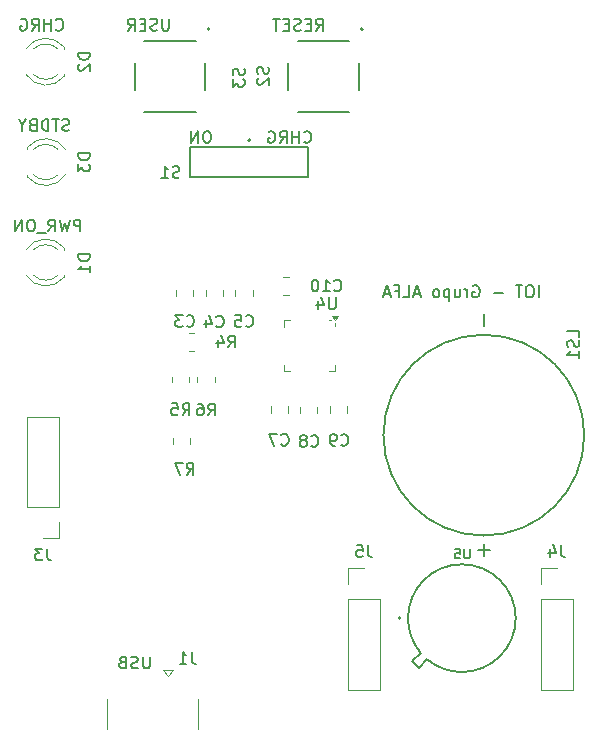
<source format=gbr>
%TF.GenerationSoftware,KiCad,Pcbnew,9.0.1*%
%TF.CreationDate,2025-11-13T22:26:36+01:00*%
%TF.ProjectId,dise_o_v2,64697365-f16f-45f7-9632-2e6b69636164,rev?*%
%TF.SameCoordinates,Original*%
%TF.FileFunction,Legend,Bot*%
%TF.FilePolarity,Positive*%
%FSLAX46Y46*%
G04 Gerber Fmt 4.6, Leading zero omitted, Abs format (unit mm)*
G04 Created by KiCad (PCBNEW 9.0.1) date 2025-11-13 22:26:36*
%MOMM*%
%LPD*%
G01*
G04 APERTURE LIST*
%ADD10C,0.150000*%
%ADD11C,0.120000*%
%ADD12C,0.127000*%
%ADD13C,0.200000*%
G04 APERTURE END LIST*
D10*
X60472744Y-40369819D02*
X60282268Y-40369819D01*
X60282268Y-40369819D02*
X60187030Y-40417438D01*
X60187030Y-40417438D02*
X60091792Y-40512676D01*
X60091792Y-40512676D02*
X60044173Y-40703152D01*
X60044173Y-40703152D02*
X60044173Y-41036485D01*
X60044173Y-41036485D02*
X60091792Y-41226961D01*
X60091792Y-41226961D02*
X60187030Y-41322200D01*
X60187030Y-41322200D02*
X60282268Y-41369819D01*
X60282268Y-41369819D02*
X60472744Y-41369819D01*
X60472744Y-41369819D02*
X60567982Y-41322200D01*
X60567982Y-41322200D02*
X60663220Y-41226961D01*
X60663220Y-41226961D02*
X60710839Y-41036485D01*
X60710839Y-41036485D02*
X60710839Y-40703152D01*
X60710839Y-40703152D02*
X60663220Y-40512676D01*
X60663220Y-40512676D02*
X60567982Y-40417438D01*
X60567982Y-40417438D02*
X60472744Y-40369819D01*
X59615601Y-41369819D02*
X59615601Y-40369819D01*
X59615601Y-40369819D02*
X59044173Y-41369819D01*
X59044173Y-41369819D02*
X59044173Y-40369819D01*
X55543220Y-84869819D02*
X55543220Y-85679342D01*
X55543220Y-85679342D02*
X55495601Y-85774580D01*
X55495601Y-85774580D02*
X55447982Y-85822200D01*
X55447982Y-85822200D02*
X55352744Y-85869819D01*
X55352744Y-85869819D02*
X55162268Y-85869819D01*
X55162268Y-85869819D02*
X55067030Y-85822200D01*
X55067030Y-85822200D02*
X55019411Y-85774580D01*
X55019411Y-85774580D02*
X54971792Y-85679342D01*
X54971792Y-85679342D02*
X54971792Y-84869819D01*
X54543220Y-85822200D02*
X54400363Y-85869819D01*
X54400363Y-85869819D02*
X54162268Y-85869819D01*
X54162268Y-85869819D02*
X54067030Y-85822200D01*
X54067030Y-85822200D02*
X54019411Y-85774580D01*
X54019411Y-85774580D02*
X53971792Y-85679342D01*
X53971792Y-85679342D02*
X53971792Y-85584104D01*
X53971792Y-85584104D02*
X54019411Y-85488866D01*
X54019411Y-85488866D02*
X54067030Y-85441247D01*
X54067030Y-85441247D02*
X54162268Y-85393628D01*
X54162268Y-85393628D02*
X54352744Y-85346009D01*
X54352744Y-85346009D02*
X54447982Y-85298390D01*
X54447982Y-85298390D02*
X54495601Y-85250771D01*
X54495601Y-85250771D02*
X54543220Y-85155533D01*
X54543220Y-85155533D02*
X54543220Y-85060295D01*
X54543220Y-85060295D02*
X54495601Y-84965057D01*
X54495601Y-84965057D02*
X54447982Y-84917438D01*
X54447982Y-84917438D02*
X54352744Y-84869819D01*
X54352744Y-84869819D02*
X54114649Y-84869819D01*
X54114649Y-84869819D02*
X53971792Y-84917438D01*
X53209887Y-85346009D02*
X53067030Y-85393628D01*
X53067030Y-85393628D02*
X53019411Y-85441247D01*
X53019411Y-85441247D02*
X52971792Y-85536485D01*
X52971792Y-85536485D02*
X52971792Y-85679342D01*
X52971792Y-85679342D02*
X53019411Y-85774580D01*
X53019411Y-85774580D02*
X53067030Y-85822200D01*
X53067030Y-85822200D02*
X53162268Y-85869819D01*
X53162268Y-85869819D02*
X53543220Y-85869819D01*
X53543220Y-85869819D02*
X53543220Y-84869819D01*
X53543220Y-84869819D02*
X53209887Y-84869819D01*
X53209887Y-84869819D02*
X53114649Y-84917438D01*
X53114649Y-84917438D02*
X53067030Y-84965057D01*
X53067030Y-84965057D02*
X53019411Y-85060295D01*
X53019411Y-85060295D02*
X53019411Y-85155533D01*
X53019411Y-85155533D02*
X53067030Y-85250771D01*
X53067030Y-85250771D02*
X53114649Y-85298390D01*
X53114649Y-85298390D02*
X53209887Y-85346009D01*
X53209887Y-85346009D02*
X53543220Y-85346009D01*
X68591792Y-41274580D02*
X68639411Y-41322200D01*
X68639411Y-41322200D02*
X68782268Y-41369819D01*
X68782268Y-41369819D02*
X68877506Y-41369819D01*
X68877506Y-41369819D02*
X69020363Y-41322200D01*
X69020363Y-41322200D02*
X69115601Y-41226961D01*
X69115601Y-41226961D02*
X69163220Y-41131723D01*
X69163220Y-41131723D02*
X69210839Y-40941247D01*
X69210839Y-40941247D02*
X69210839Y-40798390D01*
X69210839Y-40798390D02*
X69163220Y-40607914D01*
X69163220Y-40607914D02*
X69115601Y-40512676D01*
X69115601Y-40512676D02*
X69020363Y-40417438D01*
X69020363Y-40417438D02*
X68877506Y-40369819D01*
X68877506Y-40369819D02*
X68782268Y-40369819D01*
X68782268Y-40369819D02*
X68639411Y-40417438D01*
X68639411Y-40417438D02*
X68591792Y-40465057D01*
X68163220Y-41369819D02*
X68163220Y-40369819D01*
X68163220Y-40846009D02*
X67591792Y-40846009D01*
X67591792Y-41369819D02*
X67591792Y-40369819D01*
X66544173Y-41369819D02*
X66877506Y-40893628D01*
X67115601Y-41369819D02*
X67115601Y-40369819D01*
X67115601Y-40369819D02*
X66734649Y-40369819D01*
X66734649Y-40369819D02*
X66639411Y-40417438D01*
X66639411Y-40417438D02*
X66591792Y-40465057D01*
X66591792Y-40465057D02*
X66544173Y-40560295D01*
X66544173Y-40560295D02*
X66544173Y-40703152D01*
X66544173Y-40703152D02*
X66591792Y-40798390D01*
X66591792Y-40798390D02*
X66639411Y-40846009D01*
X66639411Y-40846009D02*
X66734649Y-40893628D01*
X66734649Y-40893628D02*
X67115601Y-40893628D01*
X65591792Y-40417438D02*
X65687030Y-40369819D01*
X65687030Y-40369819D02*
X65829887Y-40369819D01*
X65829887Y-40369819D02*
X65972744Y-40417438D01*
X65972744Y-40417438D02*
X66067982Y-40512676D01*
X66067982Y-40512676D02*
X66115601Y-40607914D01*
X66115601Y-40607914D02*
X66163220Y-40798390D01*
X66163220Y-40798390D02*
X66163220Y-40941247D01*
X66163220Y-40941247D02*
X66115601Y-41131723D01*
X66115601Y-41131723D02*
X66067982Y-41226961D01*
X66067982Y-41226961D02*
X65972744Y-41322200D01*
X65972744Y-41322200D02*
X65829887Y-41369819D01*
X65829887Y-41369819D02*
X65734649Y-41369819D01*
X65734649Y-41369819D02*
X65591792Y-41322200D01*
X65591792Y-41322200D02*
X65544173Y-41274580D01*
X65544173Y-41274580D02*
X65544173Y-40941247D01*
X65544173Y-40941247D02*
X65734649Y-40941247D01*
X49663220Y-48869819D02*
X49663220Y-47869819D01*
X49663220Y-47869819D02*
X49282268Y-47869819D01*
X49282268Y-47869819D02*
X49187030Y-47917438D01*
X49187030Y-47917438D02*
X49139411Y-47965057D01*
X49139411Y-47965057D02*
X49091792Y-48060295D01*
X49091792Y-48060295D02*
X49091792Y-48203152D01*
X49091792Y-48203152D02*
X49139411Y-48298390D01*
X49139411Y-48298390D02*
X49187030Y-48346009D01*
X49187030Y-48346009D02*
X49282268Y-48393628D01*
X49282268Y-48393628D02*
X49663220Y-48393628D01*
X48758458Y-47869819D02*
X48520363Y-48869819D01*
X48520363Y-48869819D02*
X48329887Y-48155533D01*
X48329887Y-48155533D02*
X48139411Y-48869819D01*
X48139411Y-48869819D02*
X47901316Y-47869819D01*
X46948935Y-48869819D02*
X47282268Y-48393628D01*
X47520363Y-48869819D02*
X47520363Y-47869819D01*
X47520363Y-47869819D02*
X47139411Y-47869819D01*
X47139411Y-47869819D02*
X47044173Y-47917438D01*
X47044173Y-47917438D02*
X46996554Y-47965057D01*
X46996554Y-47965057D02*
X46948935Y-48060295D01*
X46948935Y-48060295D02*
X46948935Y-48203152D01*
X46948935Y-48203152D02*
X46996554Y-48298390D01*
X46996554Y-48298390D02*
X47044173Y-48346009D01*
X47044173Y-48346009D02*
X47139411Y-48393628D01*
X47139411Y-48393628D02*
X47520363Y-48393628D01*
X46758459Y-48965057D02*
X45996554Y-48965057D01*
X45567982Y-47869819D02*
X45377506Y-47869819D01*
X45377506Y-47869819D02*
X45282268Y-47917438D01*
X45282268Y-47917438D02*
X45187030Y-48012676D01*
X45187030Y-48012676D02*
X45139411Y-48203152D01*
X45139411Y-48203152D02*
X45139411Y-48536485D01*
X45139411Y-48536485D02*
X45187030Y-48726961D01*
X45187030Y-48726961D02*
X45282268Y-48822200D01*
X45282268Y-48822200D02*
X45377506Y-48869819D01*
X45377506Y-48869819D02*
X45567982Y-48869819D01*
X45567982Y-48869819D02*
X45663220Y-48822200D01*
X45663220Y-48822200D02*
X45758458Y-48726961D01*
X45758458Y-48726961D02*
X45806077Y-48536485D01*
X45806077Y-48536485D02*
X45806077Y-48203152D01*
X45806077Y-48203152D02*
X45758458Y-48012676D01*
X45758458Y-48012676D02*
X45663220Y-47917438D01*
X45663220Y-47917438D02*
X45567982Y-47869819D01*
X44710839Y-48869819D02*
X44710839Y-47869819D01*
X44710839Y-47869819D02*
X44139411Y-48869819D01*
X44139411Y-48869819D02*
X44139411Y-47869819D01*
X69591792Y-31869819D02*
X69925125Y-31393628D01*
X70163220Y-31869819D02*
X70163220Y-30869819D01*
X70163220Y-30869819D02*
X69782268Y-30869819D01*
X69782268Y-30869819D02*
X69687030Y-30917438D01*
X69687030Y-30917438D02*
X69639411Y-30965057D01*
X69639411Y-30965057D02*
X69591792Y-31060295D01*
X69591792Y-31060295D02*
X69591792Y-31203152D01*
X69591792Y-31203152D02*
X69639411Y-31298390D01*
X69639411Y-31298390D02*
X69687030Y-31346009D01*
X69687030Y-31346009D02*
X69782268Y-31393628D01*
X69782268Y-31393628D02*
X70163220Y-31393628D01*
X69163220Y-31346009D02*
X68829887Y-31346009D01*
X68687030Y-31869819D02*
X69163220Y-31869819D01*
X69163220Y-31869819D02*
X69163220Y-30869819D01*
X69163220Y-30869819D02*
X68687030Y-30869819D01*
X68306077Y-31822200D02*
X68163220Y-31869819D01*
X68163220Y-31869819D02*
X67925125Y-31869819D01*
X67925125Y-31869819D02*
X67829887Y-31822200D01*
X67829887Y-31822200D02*
X67782268Y-31774580D01*
X67782268Y-31774580D02*
X67734649Y-31679342D01*
X67734649Y-31679342D02*
X67734649Y-31584104D01*
X67734649Y-31584104D02*
X67782268Y-31488866D01*
X67782268Y-31488866D02*
X67829887Y-31441247D01*
X67829887Y-31441247D02*
X67925125Y-31393628D01*
X67925125Y-31393628D02*
X68115601Y-31346009D01*
X68115601Y-31346009D02*
X68210839Y-31298390D01*
X68210839Y-31298390D02*
X68258458Y-31250771D01*
X68258458Y-31250771D02*
X68306077Y-31155533D01*
X68306077Y-31155533D02*
X68306077Y-31060295D01*
X68306077Y-31060295D02*
X68258458Y-30965057D01*
X68258458Y-30965057D02*
X68210839Y-30917438D01*
X68210839Y-30917438D02*
X68115601Y-30869819D01*
X68115601Y-30869819D02*
X67877506Y-30869819D01*
X67877506Y-30869819D02*
X67734649Y-30917438D01*
X67306077Y-31346009D02*
X66972744Y-31346009D01*
X66829887Y-31869819D02*
X67306077Y-31869819D01*
X67306077Y-31869819D02*
X67306077Y-30869819D01*
X67306077Y-30869819D02*
X66829887Y-30869819D01*
X66544172Y-30869819D02*
X65972744Y-30869819D01*
X66258458Y-31869819D02*
X66258458Y-30869819D01*
X88464502Y-54447905D02*
X88464502Y-53447905D01*
X87797836Y-53447905D02*
X87607360Y-53447905D01*
X87607360Y-53447905D02*
X87512122Y-53495524D01*
X87512122Y-53495524D02*
X87416884Y-53590762D01*
X87416884Y-53590762D02*
X87369265Y-53781238D01*
X87369265Y-53781238D02*
X87369265Y-54114571D01*
X87369265Y-54114571D02*
X87416884Y-54305047D01*
X87416884Y-54305047D02*
X87512122Y-54400286D01*
X87512122Y-54400286D02*
X87607360Y-54447905D01*
X87607360Y-54447905D02*
X87797836Y-54447905D01*
X87797836Y-54447905D02*
X87893074Y-54400286D01*
X87893074Y-54400286D02*
X87988312Y-54305047D01*
X87988312Y-54305047D02*
X88035931Y-54114571D01*
X88035931Y-54114571D02*
X88035931Y-53781238D01*
X88035931Y-53781238D02*
X87988312Y-53590762D01*
X87988312Y-53590762D02*
X87893074Y-53495524D01*
X87893074Y-53495524D02*
X87797836Y-53447905D01*
X87083550Y-53447905D02*
X86512122Y-53447905D01*
X86797836Y-54447905D02*
X86797836Y-53447905D01*
X85416883Y-54066952D02*
X84654979Y-54066952D01*
X82893074Y-53495524D02*
X82988312Y-53447905D01*
X82988312Y-53447905D02*
X83131169Y-53447905D01*
X83131169Y-53447905D02*
X83274026Y-53495524D01*
X83274026Y-53495524D02*
X83369264Y-53590762D01*
X83369264Y-53590762D02*
X83416883Y-53686000D01*
X83416883Y-53686000D02*
X83464502Y-53876476D01*
X83464502Y-53876476D02*
X83464502Y-54019333D01*
X83464502Y-54019333D02*
X83416883Y-54209809D01*
X83416883Y-54209809D02*
X83369264Y-54305047D01*
X83369264Y-54305047D02*
X83274026Y-54400286D01*
X83274026Y-54400286D02*
X83131169Y-54447905D01*
X83131169Y-54447905D02*
X83035931Y-54447905D01*
X83035931Y-54447905D02*
X82893074Y-54400286D01*
X82893074Y-54400286D02*
X82845455Y-54352666D01*
X82845455Y-54352666D02*
X82845455Y-54019333D01*
X82845455Y-54019333D02*
X83035931Y-54019333D01*
X82416883Y-54447905D02*
X82416883Y-53781238D01*
X82416883Y-53971714D02*
X82369264Y-53876476D01*
X82369264Y-53876476D02*
X82321645Y-53828857D01*
X82321645Y-53828857D02*
X82226407Y-53781238D01*
X82226407Y-53781238D02*
X82131169Y-53781238D01*
X81369264Y-53781238D02*
X81369264Y-54447905D01*
X81797835Y-53781238D02*
X81797835Y-54305047D01*
X81797835Y-54305047D02*
X81750216Y-54400286D01*
X81750216Y-54400286D02*
X81654978Y-54447905D01*
X81654978Y-54447905D02*
X81512121Y-54447905D01*
X81512121Y-54447905D02*
X81416883Y-54400286D01*
X81416883Y-54400286D02*
X81369264Y-54352666D01*
X80893073Y-53781238D02*
X80893073Y-54781238D01*
X80893073Y-53828857D02*
X80797835Y-53781238D01*
X80797835Y-53781238D02*
X80607359Y-53781238D01*
X80607359Y-53781238D02*
X80512121Y-53828857D01*
X80512121Y-53828857D02*
X80464502Y-53876476D01*
X80464502Y-53876476D02*
X80416883Y-53971714D01*
X80416883Y-53971714D02*
X80416883Y-54257428D01*
X80416883Y-54257428D02*
X80464502Y-54352666D01*
X80464502Y-54352666D02*
X80512121Y-54400286D01*
X80512121Y-54400286D02*
X80607359Y-54447905D01*
X80607359Y-54447905D02*
X80797835Y-54447905D01*
X80797835Y-54447905D02*
X80893073Y-54400286D01*
X79845454Y-54447905D02*
X79940692Y-54400286D01*
X79940692Y-54400286D02*
X79988311Y-54352666D01*
X79988311Y-54352666D02*
X80035930Y-54257428D01*
X80035930Y-54257428D02*
X80035930Y-53971714D01*
X80035930Y-53971714D02*
X79988311Y-53876476D01*
X79988311Y-53876476D02*
X79940692Y-53828857D01*
X79940692Y-53828857D02*
X79845454Y-53781238D01*
X79845454Y-53781238D02*
X79702597Y-53781238D01*
X79702597Y-53781238D02*
X79607359Y-53828857D01*
X79607359Y-53828857D02*
X79559740Y-53876476D01*
X79559740Y-53876476D02*
X79512121Y-53971714D01*
X79512121Y-53971714D02*
X79512121Y-54257428D01*
X79512121Y-54257428D02*
X79559740Y-54352666D01*
X79559740Y-54352666D02*
X79607359Y-54400286D01*
X79607359Y-54400286D02*
X79702597Y-54447905D01*
X79702597Y-54447905D02*
X79845454Y-54447905D01*
X78369263Y-54162190D02*
X77893073Y-54162190D01*
X78464501Y-54447905D02*
X78131168Y-53447905D01*
X78131168Y-53447905D02*
X77797835Y-54447905D01*
X76988311Y-54447905D02*
X77464501Y-54447905D01*
X77464501Y-54447905D02*
X77464501Y-53447905D01*
X76321644Y-53924095D02*
X76654977Y-53924095D01*
X76654977Y-54447905D02*
X76654977Y-53447905D01*
X76654977Y-53447905D02*
X76178787Y-53447905D01*
X75845453Y-54162190D02*
X75369263Y-54162190D01*
X75940691Y-54447905D02*
X75607358Y-53447905D01*
X75607358Y-53447905D02*
X75274025Y-54447905D01*
X57163220Y-30869819D02*
X57163220Y-31679342D01*
X57163220Y-31679342D02*
X57115601Y-31774580D01*
X57115601Y-31774580D02*
X57067982Y-31822200D01*
X57067982Y-31822200D02*
X56972744Y-31869819D01*
X56972744Y-31869819D02*
X56782268Y-31869819D01*
X56782268Y-31869819D02*
X56687030Y-31822200D01*
X56687030Y-31822200D02*
X56639411Y-31774580D01*
X56639411Y-31774580D02*
X56591792Y-31679342D01*
X56591792Y-31679342D02*
X56591792Y-30869819D01*
X56163220Y-31822200D02*
X56020363Y-31869819D01*
X56020363Y-31869819D02*
X55782268Y-31869819D01*
X55782268Y-31869819D02*
X55687030Y-31822200D01*
X55687030Y-31822200D02*
X55639411Y-31774580D01*
X55639411Y-31774580D02*
X55591792Y-31679342D01*
X55591792Y-31679342D02*
X55591792Y-31584104D01*
X55591792Y-31584104D02*
X55639411Y-31488866D01*
X55639411Y-31488866D02*
X55687030Y-31441247D01*
X55687030Y-31441247D02*
X55782268Y-31393628D01*
X55782268Y-31393628D02*
X55972744Y-31346009D01*
X55972744Y-31346009D02*
X56067982Y-31298390D01*
X56067982Y-31298390D02*
X56115601Y-31250771D01*
X56115601Y-31250771D02*
X56163220Y-31155533D01*
X56163220Y-31155533D02*
X56163220Y-31060295D01*
X56163220Y-31060295D02*
X56115601Y-30965057D01*
X56115601Y-30965057D02*
X56067982Y-30917438D01*
X56067982Y-30917438D02*
X55972744Y-30869819D01*
X55972744Y-30869819D02*
X55734649Y-30869819D01*
X55734649Y-30869819D02*
X55591792Y-30917438D01*
X55163220Y-31346009D02*
X54829887Y-31346009D01*
X54687030Y-31869819D02*
X55163220Y-31869819D01*
X55163220Y-31869819D02*
X55163220Y-30869819D01*
X55163220Y-30869819D02*
X54687030Y-30869819D01*
X53687030Y-31869819D02*
X54020363Y-31393628D01*
X54258458Y-31869819D02*
X54258458Y-30869819D01*
X54258458Y-30869819D02*
X53877506Y-30869819D01*
X53877506Y-30869819D02*
X53782268Y-30917438D01*
X53782268Y-30917438D02*
X53734649Y-30965057D01*
X53734649Y-30965057D02*
X53687030Y-31060295D01*
X53687030Y-31060295D02*
X53687030Y-31203152D01*
X53687030Y-31203152D02*
X53734649Y-31298390D01*
X53734649Y-31298390D02*
X53782268Y-31346009D01*
X53782268Y-31346009D02*
X53877506Y-31393628D01*
X53877506Y-31393628D02*
X54258458Y-31393628D01*
X48710839Y-40322200D02*
X48567982Y-40369819D01*
X48567982Y-40369819D02*
X48329887Y-40369819D01*
X48329887Y-40369819D02*
X48234649Y-40322200D01*
X48234649Y-40322200D02*
X48187030Y-40274580D01*
X48187030Y-40274580D02*
X48139411Y-40179342D01*
X48139411Y-40179342D02*
X48139411Y-40084104D01*
X48139411Y-40084104D02*
X48187030Y-39988866D01*
X48187030Y-39988866D02*
X48234649Y-39941247D01*
X48234649Y-39941247D02*
X48329887Y-39893628D01*
X48329887Y-39893628D02*
X48520363Y-39846009D01*
X48520363Y-39846009D02*
X48615601Y-39798390D01*
X48615601Y-39798390D02*
X48663220Y-39750771D01*
X48663220Y-39750771D02*
X48710839Y-39655533D01*
X48710839Y-39655533D02*
X48710839Y-39560295D01*
X48710839Y-39560295D02*
X48663220Y-39465057D01*
X48663220Y-39465057D02*
X48615601Y-39417438D01*
X48615601Y-39417438D02*
X48520363Y-39369819D01*
X48520363Y-39369819D02*
X48282268Y-39369819D01*
X48282268Y-39369819D02*
X48139411Y-39417438D01*
X47853696Y-39369819D02*
X47282268Y-39369819D01*
X47567982Y-40369819D02*
X47567982Y-39369819D01*
X46948934Y-40369819D02*
X46948934Y-39369819D01*
X46948934Y-39369819D02*
X46710839Y-39369819D01*
X46710839Y-39369819D02*
X46567982Y-39417438D01*
X46567982Y-39417438D02*
X46472744Y-39512676D01*
X46472744Y-39512676D02*
X46425125Y-39607914D01*
X46425125Y-39607914D02*
X46377506Y-39798390D01*
X46377506Y-39798390D02*
X46377506Y-39941247D01*
X46377506Y-39941247D02*
X46425125Y-40131723D01*
X46425125Y-40131723D02*
X46472744Y-40226961D01*
X46472744Y-40226961D02*
X46567982Y-40322200D01*
X46567982Y-40322200D02*
X46710839Y-40369819D01*
X46710839Y-40369819D02*
X46948934Y-40369819D01*
X45615601Y-39846009D02*
X45472744Y-39893628D01*
X45472744Y-39893628D02*
X45425125Y-39941247D01*
X45425125Y-39941247D02*
X45377506Y-40036485D01*
X45377506Y-40036485D02*
X45377506Y-40179342D01*
X45377506Y-40179342D02*
X45425125Y-40274580D01*
X45425125Y-40274580D02*
X45472744Y-40322200D01*
X45472744Y-40322200D02*
X45567982Y-40369819D01*
X45567982Y-40369819D02*
X45948934Y-40369819D01*
X45948934Y-40369819D02*
X45948934Y-39369819D01*
X45948934Y-39369819D02*
X45615601Y-39369819D01*
X45615601Y-39369819D02*
X45520363Y-39417438D01*
X45520363Y-39417438D02*
X45472744Y-39465057D01*
X45472744Y-39465057D02*
X45425125Y-39560295D01*
X45425125Y-39560295D02*
X45425125Y-39655533D01*
X45425125Y-39655533D02*
X45472744Y-39750771D01*
X45472744Y-39750771D02*
X45520363Y-39798390D01*
X45520363Y-39798390D02*
X45615601Y-39846009D01*
X45615601Y-39846009D02*
X45948934Y-39846009D01*
X44758458Y-39893628D02*
X44758458Y-40369819D01*
X45091791Y-39369819D02*
X44758458Y-39893628D01*
X44758458Y-39893628D02*
X44425125Y-39369819D01*
X47591792Y-31774580D02*
X47639411Y-31822200D01*
X47639411Y-31822200D02*
X47782268Y-31869819D01*
X47782268Y-31869819D02*
X47877506Y-31869819D01*
X47877506Y-31869819D02*
X48020363Y-31822200D01*
X48020363Y-31822200D02*
X48115601Y-31726961D01*
X48115601Y-31726961D02*
X48163220Y-31631723D01*
X48163220Y-31631723D02*
X48210839Y-31441247D01*
X48210839Y-31441247D02*
X48210839Y-31298390D01*
X48210839Y-31298390D02*
X48163220Y-31107914D01*
X48163220Y-31107914D02*
X48115601Y-31012676D01*
X48115601Y-31012676D02*
X48020363Y-30917438D01*
X48020363Y-30917438D02*
X47877506Y-30869819D01*
X47877506Y-30869819D02*
X47782268Y-30869819D01*
X47782268Y-30869819D02*
X47639411Y-30917438D01*
X47639411Y-30917438D02*
X47591792Y-30965057D01*
X47163220Y-31869819D02*
X47163220Y-30869819D01*
X47163220Y-31346009D02*
X46591792Y-31346009D01*
X46591792Y-31869819D02*
X46591792Y-30869819D01*
X45544173Y-31869819D02*
X45877506Y-31393628D01*
X46115601Y-31869819D02*
X46115601Y-30869819D01*
X46115601Y-30869819D02*
X45734649Y-30869819D01*
X45734649Y-30869819D02*
X45639411Y-30917438D01*
X45639411Y-30917438D02*
X45591792Y-30965057D01*
X45591792Y-30965057D02*
X45544173Y-31060295D01*
X45544173Y-31060295D02*
X45544173Y-31203152D01*
X45544173Y-31203152D02*
X45591792Y-31298390D01*
X45591792Y-31298390D02*
X45639411Y-31346009D01*
X45639411Y-31346009D02*
X45734649Y-31393628D01*
X45734649Y-31393628D02*
X46115601Y-31393628D01*
X44591792Y-30917438D02*
X44687030Y-30869819D01*
X44687030Y-30869819D02*
X44829887Y-30869819D01*
X44829887Y-30869819D02*
X44972744Y-30917438D01*
X44972744Y-30917438D02*
X45067982Y-31012676D01*
X45067982Y-31012676D02*
X45115601Y-31107914D01*
X45115601Y-31107914D02*
X45163220Y-31298390D01*
X45163220Y-31298390D02*
X45163220Y-31441247D01*
X45163220Y-31441247D02*
X45115601Y-31631723D01*
X45115601Y-31631723D02*
X45067982Y-31726961D01*
X45067982Y-31726961D02*
X44972744Y-31822200D01*
X44972744Y-31822200D02*
X44829887Y-31869819D01*
X44829887Y-31869819D02*
X44734649Y-31869819D01*
X44734649Y-31869819D02*
X44591792Y-31822200D01*
X44591792Y-31822200D02*
X44544173Y-31774580D01*
X44544173Y-31774580D02*
X44544173Y-31441247D01*
X44544173Y-31441247D02*
X44734649Y-31441247D01*
X59071748Y-84457647D02*
X59071748Y-85171932D01*
X59071748Y-85171932D02*
X59119367Y-85314789D01*
X59119367Y-85314789D02*
X59214605Y-85410028D01*
X59214605Y-85410028D02*
X59357462Y-85457647D01*
X59357462Y-85457647D02*
X59452700Y-85457647D01*
X58071748Y-85457647D02*
X58643176Y-85457647D01*
X58357462Y-85457647D02*
X58357462Y-84457647D01*
X58357462Y-84457647D02*
X58452700Y-84600504D01*
X58452700Y-84600504D02*
X58547938Y-84695742D01*
X58547938Y-84695742D02*
X58643176Y-84743361D01*
X50454819Y-50810228D02*
X49454819Y-50810228D01*
X49454819Y-50810228D02*
X49454819Y-51048323D01*
X49454819Y-51048323D02*
X49502438Y-51191180D01*
X49502438Y-51191180D02*
X49597676Y-51286418D01*
X49597676Y-51286418D02*
X49692914Y-51334037D01*
X49692914Y-51334037D02*
X49883390Y-51381656D01*
X49883390Y-51381656D02*
X50026247Y-51381656D01*
X50026247Y-51381656D02*
X50216723Y-51334037D01*
X50216723Y-51334037D02*
X50311961Y-51286418D01*
X50311961Y-51286418D02*
X50407200Y-51191180D01*
X50407200Y-51191180D02*
X50454819Y-51048323D01*
X50454819Y-51048323D02*
X50454819Y-50810228D01*
X50454819Y-52334037D02*
X50454819Y-51762609D01*
X50454819Y-52048323D02*
X49454819Y-52048323D01*
X49454819Y-52048323D02*
X49597676Y-51953085D01*
X49597676Y-51953085D02*
X49692914Y-51857847D01*
X49692914Y-51857847D02*
X49740533Y-51762609D01*
X58666666Y-56859580D02*
X58714285Y-56907200D01*
X58714285Y-56907200D02*
X58857142Y-56954819D01*
X58857142Y-56954819D02*
X58952380Y-56954819D01*
X58952380Y-56954819D02*
X59095237Y-56907200D01*
X59095237Y-56907200D02*
X59190475Y-56811961D01*
X59190475Y-56811961D02*
X59238094Y-56716723D01*
X59238094Y-56716723D02*
X59285713Y-56526247D01*
X59285713Y-56526247D02*
X59285713Y-56383390D01*
X59285713Y-56383390D02*
X59238094Y-56192914D01*
X59238094Y-56192914D02*
X59190475Y-56097676D01*
X59190475Y-56097676D02*
X59095237Y-56002438D01*
X59095237Y-56002438D02*
X58952380Y-55954819D01*
X58952380Y-55954819D02*
X58857142Y-55954819D01*
X58857142Y-55954819D02*
X58714285Y-56002438D01*
X58714285Y-56002438D02*
X58666666Y-56050057D01*
X58333332Y-55954819D02*
X57714285Y-55954819D01*
X57714285Y-55954819D02*
X58047618Y-56335771D01*
X58047618Y-56335771D02*
X57904761Y-56335771D01*
X57904761Y-56335771D02*
X57809523Y-56383390D01*
X57809523Y-56383390D02*
X57761904Y-56431009D01*
X57761904Y-56431009D02*
X57714285Y-56526247D01*
X57714285Y-56526247D02*
X57714285Y-56764342D01*
X57714285Y-56764342D02*
X57761904Y-56859580D01*
X57761904Y-56859580D02*
X57809523Y-56907200D01*
X57809523Y-56907200D02*
X57904761Y-56954819D01*
X57904761Y-56954819D02*
X58190475Y-56954819D01*
X58190475Y-56954819D02*
X58285713Y-56907200D01*
X58285713Y-56907200D02*
X58333332Y-56859580D01*
X90333333Y-75424819D02*
X90333333Y-76139104D01*
X90333333Y-76139104D02*
X90380952Y-76281961D01*
X90380952Y-76281961D02*
X90476190Y-76377200D01*
X90476190Y-76377200D02*
X90619047Y-76424819D01*
X90619047Y-76424819D02*
X90714285Y-76424819D01*
X89428571Y-75758152D02*
X89428571Y-76424819D01*
X89666666Y-75377200D02*
X89904761Y-76091485D01*
X89904761Y-76091485D02*
X89285714Y-76091485D01*
X61166666Y-56909580D02*
X61214285Y-56957200D01*
X61214285Y-56957200D02*
X61357142Y-57004819D01*
X61357142Y-57004819D02*
X61452380Y-57004819D01*
X61452380Y-57004819D02*
X61595237Y-56957200D01*
X61595237Y-56957200D02*
X61690475Y-56861961D01*
X61690475Y-56861961D02*
X61738094Y-56766723D01*
X61738094Y-56766723D02*
X61785713Y-56576247D01*
X61785713Y-56576247D02*
X61785713Y-56433390D01*
X61785713Y-56433390D02*
X61738094Y-56242914D01*
X61738094Y-56242914D02*
X61690475Y-56147676D01*
X61690475Y-56147676D02*
X61595237Y-56052438D01*
X61595237Y-56052438D02*
X61452380Y-56004819D01*
X61452380Y-56004819D02*
X61357142Y-56004819D01*
X61357142Y-56004819D02*
X61214285Y-56052438D01*
X61214285Y-56052438D02*
X61166666Y-56100057D01*
X60309523Y-56338152D02*
X60309523Y-57004819D01*
X60547618Y-55957200D02*
X60785713Y-56671485D01*
X60785713Y-56671485D02*
X60166666Y-56671485D01*
X65564508Y-34942517D02*
X65612127Y-35085374D01*
X65612127Y-35085374D02*
X65612127Y-35323469D01*
X65612127Y-35323469D02*
X65564508Y-35418707D01*
X65564508Y-35418707D02*
X65516888Y-35466326D01*
X65516888Y-35466326D02*
X65421650Y-35513945D01*
X65421650Y-35513945D02*
X65326412Y-35513945D01*
X65326412Y-35513945D02*
X65231174Y-35466326D01*
X65231174Y-35466326D02*
X65183555Y-35418707D01*
X65183555Y-35418707D02*
X65135936Y-35323469D01*
X65135936Y-35323469D02*
X65088317Y-35132993D01*
X65088317Y-35132993D02*
X65040698Y-35037755D01*
X65040698Y-35037755D02*
X64993079Y-34990136D01*
X64993079Y-34990136D02*
X64897841Y-34942517D01*
X64897841Y-34942517D02*
X64802603Y-34942517D01*
X64802603Y-34942517D02*
X64707365Y-34990136D01*
X64707365Y-34990136D02*
X64659746Y-35037755D01*
X64659746Y-35037755D02*
X64612127Y-35132993D01*
X64612127Y-35132993D02*
X64612127Y-35371088D01*
X64612127Y-35371088D02*
X64659746Y-35513945D01*
X64707365Y-35894898D02*
X64659746Y-35942517D01*
X64659746Y-35942517D02*
X64612127Y-36037755D01*
X64612127Y-36037755D02*
X64612127Y-36275850D01*
X64612127Y-36275850D02*
X64659746Y-36371088D01*
X64659746Y-36371088D02*
X64707365Y-36418707D01*
X64707365Y-36418707D02*
X64802603Y-36466326D01*
X64802603Y-36466326D02*
X64897841Y-36466326D01*
X64897841Y-36466326D02*
X65040698Y-36418707D01*
X65040698Y-36418707D02*
X65612127Y-35847279D01*
X65612127Y-35847279D02*
X65612127Y-36466326D01*
X66667443Y-66909223D02*
X66715062Y-66956843D01*
X66715062Y-66956843D02*
X66857919Y-67004462D01*
X66857919Y-67004462D02*
X66953157Y-67004462D01*
X66953157Y-67004462D02*
X67096014Y-66956843D01*
X67096014Y-66956843D02*
X67191252Y-66861604D01*
X67191252Y-66861604D02*
X67238871Y-66766366D01*
X67238871Y-66766366D02*
X67286490Y-66575890D01*
X67286490Y-66575890D02*
X67286490Y-66433033D01*
X67286490Y-66433033D02*
X67238871Y-66242557D01*
X67238871Y-66242557D02*
X67191252Y-66147319D01*
X67191252Y-66147319D02*
X67096014Y-66052081D01*
X67096014Y-66052081D02*
X66953157Y-66004462D01*
X66953157Y-66004462D02*
X66857919Y-66004462D01*
X66857919Y-66004462D02*
X66715062Y-66052081D01*
X66715062Y-66052081D02*
X66667443Y-66099700D01*
X66334109Y-66004462D02*
X65667443Y-66004462D01*
X65667443Y-66004462D02*
X66096014Y-67004462D01*
X62163066Y-58691219D02*
X62496399Y-58215028D01*
X62734494Y-58691219D02*
X62734494Y-57691219D01*
X62734494Y-57691219D02*
X62353542Y-57691219D01*
X62353542Y-57691219D02*
X62258304Y-57738838D01*
X62258304Y-57738838D02*
X62210685Y-57786457D01*
X62210685Y-57786457D02*
X62163066Y-57881695D01*
X62163066Y-57881695D02*
X62163066Y-58024552D01*
X62163066Y-58024552D02*
X62210685Y-58119790D01*
X62210685Y-58119790D02*
X62258304Y-58167409D01*
X62258304Y-58167409D02*
X62353542Y-58215028D01*
X62353542Y-58215028D02*
X62734494Y-58215028D01*
X61305923Y-58024552D02*
X61305923Y-58691219D01*
X61544018Y-57643600D02*
X61782113Y-58357885D01*
X61782113Y-58357885D02*
X61163066Y-58357885D01*
X60472566Y-64448319D02*
X60805899Y-63972128D01*
X61043994Y-64448319D02*
X61043994Y-63448319D01*
X61043994Y-63448319D02*
X60663042Y-63448319D01*
X60663042Y-63448319D02*
X60567804Y-63495938D01*
X60567804Y-63495938D02*
X60520185Y-63543557D01*
X60520185Y-63543557D02*
X60472566Y-63638795D01*
X60472566Y-63638795D02*
X60472566Y-63781652D01*
X60472566Y-63781652D02*
X60520185Y-63876890D01*
X60520185Y-63876890D02*
X60567804Y-63924509D01*
X60567804Y-63924509D02*
X60663042Y-63972128D01*
X60663042Y-63972128D02*
X61043994Y-63972128D01*
X59615423Y-63448319D02*
X59805899Y-63448319D01*
X59805899Y-63448319D02*
X59901137Y-63495938D01*
X59901137Y-63495938D02*
X59948756Y-63543557D01*
X59948756Y-63543557D02*
X60043994Y-63686414D01*
X60043994Y-63686414D02*
X60091613Y-63876890D01*
X60091613Y-63876890D02*
X60091613Y-64257842D01*
X60091613Y-64257842D02*
X60043994Y-64353080D01*
X60043994Y-64353080D02*
X59996375Y-64400700D01*
X59996375Y-64400700D02*
X59901137Y-64448319D01*
X59901137Y-64448319D02*
X59710661Y-64448319D01*
X59710661Y-64448319D02*
X59615423Y-64400700D01*
X59615423Y-64400700D02*
X59567804Y-64353080D01*
X59567804Y-64353080D02*
X59520185Y-64257842D01*
X59520185Y-64257842D02*
X59520185Y-64019747D01*
X59520185Y-64019747D02*
X59567804Y-63924509D01*
X59567804Y-63924509D02*
X59615423Y-63876890D01*
X59615423Y-63876890D02*
X59710661Y-63829271D01*
X59710661Y-63829271D02*
X59901137Y-63829271D01*
X59901137Y-63829271D02*
X59996375Y-63876890D01*
X59996375Y-63876890D02*
X60043994Y-63924509D01*
X60043994Y-63924509D02*
X60091613Y-64019747D01*
X73993333Y-75424819D02*
X73993333Y-76139104D01*
X73993333Y-76139104D02*
X74040952Y-76281961D01*
X74040952Y-76281961D02*
X74136190Y-76377200D01*
X74136190Y-76377200D02*
X74279047Y-76424819D01*
X74279047Y-76424819D02*
X74374285Y-76424819D01*
X73040952Y-75424819D02*
X73517142Y-75424819D01*
X73517142Y-75424819D02*
X73564761Y-75901009D01*
X73564761Y-75901009D02*
X73517142Y-75853390D01*
X73517142Y-75853390D02*
X73421904Y-75805771D01*
X73421904Y-75805771D02*
X73183809Y-75805771D01*
X73183809Y-75805771D02*
X73088571Y-75853390D01*
X73088571Y-75853390D02*
X73040952Y-75901009D01*
X73040952Y-75901009D02*
X72993333Y-75996247D01*
X72993333Y-75996247D02*
X72993333Y-76234342D01*
X72993333Y-76234342D02*
X73040952Y-76329580D01*
X73040952Y-76329580D02*
X73088571Y-76377200D01*
X73088571Y-76377200D02*
X73183809Y-76424819D01*
X73183809Y-76424819D02*
X73421904Y-76424819D01*
X73421904Y-76424819D02*
X73517142Y-76377200D01*
X73517142Y-76377200D02*
X73564761Y-76329580D01*
X63666666Y-56859580D02*
X63714285Y-56907200D01*
X63714285Y-56907200D02*
X63857142Y-56954819D01*
X63857142Y-56954819D02*
X63952380Y-56954819D01*
X63952380Y-56954819D02*
X64095237Y-56907200D01*
X64095237Y-56907200D02*
X64190475Y-56811961D01*
X64190475Y-56811961D02*
X64238094Y-56716723D01*
X64238094Y-56716723D02*
X64285713Y-56526247D01*
X64285713Y-56526247D02*
X64285713Y-56383390D01*
X64285713Y-56383390D02*
X64238094Y-56192914D01*
X64238094Y-56192914D02*
X64190475Y-56097676D01*
X64190475Y-56097676D02*
X64095237Y-56002438D01*
X64095237Y-56002438D02*
X63952380Y-55954819D01*
X63952380Y-55954819D02*
X63857142Y-55954819D01*
X63857142Y-55954819D02*
X63714285Y-56002438D01*
X63714285Y-56002438D02*
X63666666Y-56050057D01*
X62761904Y-55954819D02*
X63238094Y-55954819D01*
X63238094Y-55954819D02*
X63285713Y-56431009D01*
X63285713Y-56431009D02*
X63238094Y-56383390D01*
X63238094Y-56383390D02*
X63142856Y-56335771D01*
X63142856Y-56335771D02*
X62904761Y-56335771D01*
X62904761Y-56335771D02*
X62809523Y-56383390D01*
X62809523Y-56383390D02*
X62761904Y-56431009D01*
X62761904Y-56431009D02*
X62714285Y-56526247D01*
X62714285Y-56526247D02*
X62714285Y-56764342D01*
X62714285Y-56764342D02*
X62761904Y-56859580D01*
X62761904Y-56859580D02*
X62809523Y-56907200D01*
X62809523Y-56907200D02*
X62904761Y-56954819D01*
X62904761Y-56954819D02*
X63142856Y-56954819D01*
X63142856Y-56954819D02*
X63238094Y-56907200D01*
X63238094Y-56907200D02*
X63285713Y-56859580D01*
X71142857Y-53859580D02*
X71190476Y-53907200D01*
X71190476Y-53907200D02*
X71333333Y-53954819D01*
X71333333Y-53954819D02*
X71428571Y-53954819D01*
X71428571Y-53954819D02*
X71571428Y-53907200D01*
X71571428Y-53907200D02*
X71666666Y-53811961D01*
X71666666Y-53811961D02*
X71714285Y-53716723D01*
X71714285Y-53716723D02*
X71761904Y-53526247D01*
X71761904Y-53526247D02*
X71761904Y-53383390D01*
X71761904Y-53383390D02*
X71714285Y-53192914D01*
X71714285Y-53192914D02*
X71666666Y-53097676D01*
X71666666Y-53097676D02*
X71571428Y-53002438D01*
X71571428Y-53002438D02*
X71428571Y-52954819D01*
X71428571Y-52954819D02*
X71333333Y-52954819D01*
X71333333Y-52954819D02*
X71190476Y-53002438D01*
X71190476Y-53002438D02*
X71142857Y-53050057D01*
X70190476Y-53954819D02*
X70761904Y-53954819D01*
X70476190Y-53954819D02*
X70476190Y-52954819D01*
X70476190Y-52954819D02*
X70571428Y-53097676D01*
X70571428Y-53097676D02*
X70666666Y-53192914D01*
X70666666Y-53192914D02*
X70761904Y-53240533D01*
X69571428Y-52954819D02*
X69476190Y-52954819D01*
X69476190Y-52954819D02*
X69380952Y-53002438D01*
X69380952Y-53002438D02*
X69333333Y-53050057D01*
X69333333Y-53050057D02*
X69285714Y-53145295D01*
X69285714Y-53145295D02*
X69238095Y-53335771D01*
X69238095Y-53335771D02*
X69238095Y-53573866D01*
X69238095Y-53573866D02*
X69285714Y-53764342D01*
X69285714Y-53764342D02*
X69333333Y-53859580D01*
X69333333Y-53859580D02*
X69380952Y-53907200D01*
X69380952Y-53907200D02*
X69476190Y-53954819D01*
X69476190Y-53954819D02*
X69571428Y-53954819D01*
X69571428Y-53954819D02*
X69666666Y-53907200D01*
X69666666Y-53907200D02*
X69714285Y-53859580D01*
X69714285Y-53859580D02*
X69761904Y-53764342D01*
X69761904Y-53764342D02*
X69809523Y-53573866D01*
X69809523Y-53573866D02*
X69809523Y-53335771D01*
X69809523Y-53335771D02*
X69761904Y-53145295D01*
X69761904Y-53145295D02*
X69714285Y-53050057D01*
X69714285Y-53050057D02*
X69666666Y-53002438D01*
X69666666Y-53002438D02*
X69571428Y-52954819D01*
X50454819Y-42261905D02*
X49454819Y-42261905D01*
X49454819Y-42261905D02*
X49454819Y-42500000D01*
X49454819Y-42500000D02*
X49502438Y-42642857D01*
X49502438Y-42642857D02*
X49597676Y-42738095D01*
X49597676Y-42738095D02*
X49692914Y-42785714D01*
X49692914Y-42785714D02*
X49883390Y-42833333D01*
X49883390Y-42833333D02*
X50026247Y-42833333D01*
X50026247Y-42833333D02*
X50216723Y-42785714D01*
X50216723Y-42785714D02*
X50311961Y-42738095D01*
X50311961Y-42738095D02*
X50407200Y-42642857D01*
X50407200Y-42642857D02*
X50454819Y-42500000D01*
X50454819Y-42500000D02*
X50454819Y-42261905D01*
X49454819Y-43166667D02*
X49454819Y-43785714D01*
X49454819Y-43785714D02*
X49835771Y-43452381D01*
X49835771Y-43452381D02*
X49835771Y-43595238D01*
X49835771Y-43595238D02*
X49883390Y-43690476D01*
X49883390Y-43690476D02*
X49931009Y-43738095D01*
X49931009Y-43738095D02*
X50026247Y-43785714D01*
X50026247Y-43785714D02*
X50264342Y-43785714D01*
X50264342Y-43785714D02*
X50359580Y-43738095D01*
X50359580Y-43738095D02*
X50407200Y-43690476D01*
X50407200Y-43690476D02*
X50454819Y-43595238D01*
X50454819Y-43595238D02*
X50454819Y-43309524D01*
X50454819Y-43309524D02*
X50407200Y-43214286D01*
X50407200Y-43214286D02*
X50359580Y-43166667D01*
X69199486Y-67016897D02*
X69247105Y-67064517D01*
X69247105Y-67064517D02*
X69389962Y-67112136D01*
X69389962Y-67112136D02*
X69485200Y-67112136D01*
X69485200Y-67112136D02*
X69628057Y-67064517D01*
X69628057Y-67064517D02*
X69723295Y-66969278D01*
X69723295Y-66969278D02*
X69770914Y-66874040D01*
X69770914Y-66874040D02*
X69818533Y-66683564D01*
X69818533Y-66683564D02*
X69818533Y-66540707D01*
X69818533Y-66540707D02*
X69770914Y-66350231D01*
X69770914Y-66350231D02*
X69723295Y-66254993D01*
X69723295Y-66254993D02*
X69628057Y-66159755D01*
X69628057Y-66159755D02*
X69485200Y-66112136D01*
X69485200Y-66112136D02*
X69389962Y-66112136D01*
X69389962Y-66112136D02*
X69247105Y-66159755D01*
X69247105Y-66159755D02*
X69199486Y-66207374D01*
X68628057Y-66540707D02*
X68723295Y-66493088D01*
X68723295Y-66493088D02*
X68770914Y-66445469D01*
X68770914Y-66445469D02*
X68818533Y-66350231D01*
X68818533Y-66350231D02*
X68818533Y-66302612D01*
X68818533Y-66302612D02*
X68770914Y-66207374D01*
X68770914Y-66207374D02*
X68723295Y-66159755D01*
X68723295Y-66159755D02*
X68628057Y-66112136D01*
X68628057Y-66112136D02*
X68437581Y-66112136D01*
X68437581Y-66112136D02*
X68342343Y-66159755D01*
X68342343Y-66159755D02*
X68294724Y-66207374D01*
X68294724Y-66207374D02*
X68247105Y-66302612D01*
X68247105Y-66302612D02*
X68247105Y-66350231D01*
X68247105Y-66350231D02*
X68294724Y-66445469D01*
X68294724Y-66445469D02*
X68342343Y-66493088D01*
X68342343Y-66493088D02*
X68437581Y-66540707D01*
X68437581Y-66540707D02*
X68628057Y-66540707D01*
X68628057Y-66540707D02*
X68723295Y-66588326D01*
X68723295Y-66588326D02*
X68770914Y-66635945D01*
X68770914Y-66635945D02*
X68818533Y-66731183D01*
X68818533Y-66731183D02*
X68818533Y-66921659D01*
X68818533Y-66921659D02*
X68770914Y-67016897D01*
X68770914Y-67016897D02*
X68723295Y-67064517D01*
X68723295Y-67064517D02*
X68628057Y-67112136D01*
X68628057Y-67112136D02*
X68437581Y-67112136D01*
X68437581Y-67112136D02*
X68342343Y-67064517D01*
X68342343Y-67064517D02*
X68294724Y-67016897D01*
X68294724Y-67016897D02*
X68247105Y-66921659D01*
X68247105Y-66921659D02*
X68247105Y-66731183D01*
X68247105Y-66731183D02*
X68294724Y-66635945D01*
X68294724Y-66635945D02*
X68342343Y-66588326D01*
X68342343Y-66588326D02*
X68437581Y-66540707D01*
X91894819Y-57777142D02*
X91894819Y-57300952D01*
X91894819Y-57300952D02*
X90894819Y-57300952D01*
X91847200Y-58062857D02*
X91894819Y-58205714D01*
X91894819Y-58205714D02*
X91894819Y-58443809D01*
X91894819Y-58443809D02*
X91847200Y-58539047D01*
X91847200Y-58539047D02*
X91799580Y-58586666D01*
X91799580Y-58586666D02*
X91704342Y-58634285D01*
X91704342Y-58634285D02*
X91609104Y-58634285D01*
X91609104Y-58634285D02*
X91513866Y-58586666D01*
X91513866Y-58586666D02*
X91466247Y-58539047D01*
X91466247Y-58539047D02*
X91418628Y-58443809D01*
X91418628Y-58443809D02*
X91371009Y-58253333D01*
X91371009Y-58253333D02*
X91323390Y-58158095D01*
X91323390Y-58158095D02*
X91275771Y-58110476D01*
X91275771Y-58110476D02*
X91180533Y-58062857D01*
X91180533Y-58062857D02*
X91085295Y-58062857D01*
X91085295Y-58062857D02*
X90990057Y-58110476D01*
X90990057Y-58110476D02*
X90942438Y-58158095D01*
X90942438Y-58158095D02*
X90894819Y-58253333D01*
X90894819Y-58253333D02*
X90894819Y-58491428D01*
X90894819Y-58491428D02*
X90942438Y-58634285D01*
X91894819Y-59586666D02*
X91894819Y-59015238D01*
X91894819Y-59300952D02*
X90894819Y-59300952D01*
X90894819Y-59300952D02*
X91037676Y-59205714D01*
X91037676Y-59205714D02*
X91132914Y-59110476D01*
X91132914Y-59110476D02*
X91180533Y-59015238D01*
X58307566Y-64434619D02*
X58640899Y-63958428D01*
X58878994Y-64434619D02*
X58878994Y-63434619D01*
X58878994Y-63434619D02*
X58498042Y-63434619D01*
X58498042Y-63434619D02*
X58402804Y-63482238D01*
X58402804Y-63482238D02*
X58355185Y-63529857D01*
X58355185Y-63529857D02*
X58307566Y-63625095D01*
X58307566Y-63625095D02*
X58307566Y-63767952D01*
X58307566Y-63767952D02*
X58355185Y-63863190D01*
X58355185Y-63863190D02*
X58402804Y-63910809D01*
X58402804Y-63910809D02*
X58498042Y-63958428D01*
X58498042Y-63958428D02*
X58878994Y-63958428D01*
X57402804Y-63434619D02*
X57878994Y-63434619D01*
X57878994Y-63434619D02*
X57926613Y-63910809D01*
X57926613Y-63910809D02*
X57878994Y-63863190D01*
X57878994Y-63863190D02*
X57783756Y-63815571D01*
X57783756Y-63815571D02*
X57545661Y-63815571D01*
X57545661Y-63815571D02*
X57450423Y-63863190D01*
X57450423Y-63863190D02*
X57402804Y-63910809D01*
X57402804Y-63910809D02*
X57355185Y-64006047D01*
X57355185Y-64006047D02*
X57355185Y-64244142D01*
X57355185Y-64244142D02*
X57402804Y-64339380D01*
X57402804Y-64339380D02*
X57450423Y-64387000D01*
X57450423Y-64387000D02*
X57545661Y-64434619D01*
X57545661Y-64434619D02*
X57783756Y-64434619D01*
X57783756Y-64434619D02*
X57878994Y-64387000D01*
X57878994Y-64387000D02*
X57926613Y-64339380D01*
X50454819Y-33761905D02*
X49454819Y-33761905D01*
X49454819Y-33761905D02*
X49454819Y-34000000D01*
X49454819Y-34000000D02*
X49502438Y-34142857D01*
X49502438Y-34142857D02*
X49597676Y-34238095D01*
X49597676Y-34238095D02*
X49692914Y-34285714D01*
X49692914Y-34285714D02*
X49883390Y-34333333D01*
X49883390Y-34333333D02*
X50026247Y-34333333D01*
X50026247Y-34333333D02*
X50216723Y-34285714D01*
X50216723Y-34285714D02*
X50311961Y-34238095D01*
X50311961Y-34238095D02*
X50407200Y-34142857D01*
X50407200Y-34142857D02*
X50454819Y-34000000D01*
X50454819Y-34000000D02*
X50454819Y-33761905D01*
X49550057Y-34714286D02*
X49502438Y-34761905D01*
X49502438Y-34761905D02*
X49454819Y-34857143D01*
X49454819Y-34857143D02*
X49454819Y-35095238D01*
X49454819Y-35095238D02*
X49502438Y-35190476D01*
X49502438Y-35190476D02*
X49550057Y-35238095D01*
X49550057Y-35238095D02*
X49645295Y-35285714D01*
X49645295Y-35285714D02*
X49740533Y-35285714D01*
X49740533Y-35285714D02*
X49883390Y-35238095D01*
X49883390Y-35238095D02*
X50454819Y-34666667D01*
X50454819Y-34666667D02*
X50454819Y-35285714D01*
X71261904Y-54454819D02*
X71261904Y-55264342D01*
X71261904Y-55264342D02*
X71214285Y-55359580D01*
X71214285Y-55359580D02*
X71166666Y-55407200D01*
X71166666Y-55407200D02*
X71071428Y-55454819D01*
X71071428Y-55454819D02*
X70880952Y-55454819D01*
X70880952Y-55454819D02*
X70785714Y-55407200D01*
X70785714Y-55407200D02*
X70738095Y-55359580D01*
X70738095Y-55359580D02*
X70690476Y-55264342D01*
X70690476Y-55264342D02*
X70690476Y-54454819D01*
X69785714Y-54788152D02*
X69785714Y-55454819D01*
X70023809Y-54407200D02*
X70261904Y-55121485D01*
X70261904Y-55121485D02*
X69642857Y-55121485D01*
X46833333Y-75724819D02*
X46833333Y-76439104D01*
X46833333Y-76439104D02*
X46880952Y-76581961D01*
X46880952Y-76581961D02*
X46976190Y-76677200D01*
X46976190Y-76677200D02*
X47119047Y-76724819D01*
X47119047Y-76724819D02*
X47214285Y-76724819D01*
X46452380Y-75724819D02*
X45833333Y-75724819D01*
X45833333Y-75724819D02*
X46166666Y-76105771D01*
X46166666Y-76105771D02*
X46023809Y-76105771D01*
X46023809Y-76105771D02*
X45928571Y-76153390D01*
X45928571Y-76153390D02*
X45880952Y-76201009D01*
X45880952Y-76201009D02*
X45833333Y-76296247D01*
X45833333Y-76296247D02*
X45833333Y-76534342D01*
X45833333Y-76534342D02*
X45880952Y-76629580D01*
X45880952Y-76629580D02*
X45928571Y-76677200D01*
X45928571Y-76677200D02*
X46023809Y-76724819D01*
X46023809Y-76724819D02*
X46309523Y-76724819D01*
X46309523Y-76724819D02*
X46404761Y-76677200D01*
X46404761Y-76677200D02*
X46452380Y-76629580D01*
X71734896Y-66934336D02*
X71782515Y-66981956D01*
X71782515Y-66981956D02*
X71925372Y-67029575D01*
X71925372Y-67029575D02*
X72020610Y-67029575D01*
X72020610Y-67029575D02*
X72163467Y-66981956D01*
X72163467Y-66981956D02*
X72258705Y-66886717D01*
X72258705Y-66886717D02*
X72306324Y-66791479D01*
X72306324Y-66791479D02*
X72353943Y-66601003D01*
X72353943Y-66601003D02*
X72353943Y-66458146D01*
X72353943Y-66458146D02*
X72306324Y-66267670D01*
X72306324Y-66267670D02*
X72258705Y-66172432D01*
X72258705Y-66172432D02*
X72163467Y-66077194D01*
X72163467Y-66077194D02*
X72020610Y-66029575D01*
X72020610Y-66029575D02*
X71925372Y-66029575D01*
X71925372Y-66029575D02*
X71782515Y-66077194D01*
X71782515Y-66077194D02*
X71734896Y-66124813D01*
X71258705Y-67029575D02*
X71068229Y-67029575D01*
X71068229Y-67029575D02*
X70972991Y-66981956D01*
X70972991Y-66981956D02*
X70925372Y-66934336D01*
X70925372Y-66934336D02*
X70830134Y-66791479D01*
X70830134Y-66791479D02*
X70782515Y-66601003D01*
X70782515Y-66601003D02*
X70782515Y-66220051D01*
X70782515Y-66220051D02*
X70830134Y-66124813D01*
X70830134Y-66124813D02*
X70877753Y-66077194D01*
X70877753Y-66077194D02*
X70972991Y-66029575D01*
X70972991Y-66029575D02*
X71163467Y-66029575D01*
X71163467Y-66029575D02*
X71258705Y-66077194D01*
X71258705Y-66077194D02*
X71306324Y-66124813D01*
X71306324Y-66124813D02*
X71353943Y-66220051D01*
X71353943Y-66220051D02*
X71353943Y-66458146D01*
X71353943Y-66458146D02*
X71306324Y-66553384D01*
X71306324Y-66553384D02*
X71258705Y-66601003D01*
X71258705Y-66601003D02*
X71163467Y-66648622D01*
X71163467Y-66648622D02*
X70972991Y-66648622D01*
X70972991Y-66648622D02*
X70877753Y-66601003D01*
X70877753Y-66601003D02*
X70830134Y-66553384D01*
X70830134Y-66553384D02*
X70782515Y-66458146D01*
X58046685Y-44286082D02*
X57903828Y-44333701D01*
X57903828Y-44333701D02*
X57665733Y-44333701D01*
X57665733Y-44333701D02*
X57570495Y-44286082D01*
X57570495Y-44286082D02*
X57522876Y-44238462D01*
X57522876Y-44238462D02*
X57475257Y-44143224D01*
X57475257Y-44143224D02*
X57475257Y-44047986D01*
X57475257Y-44047986D02*
X57522876Y-43952748D01*
X57522876Y-43952748D02*
X57570495Y-43905129D01*
X57570495Y-43905129D02*
X57665733Y-43857510D01*
X57665733Y-43857510D02*
X57856209Y-43809891D01*
X57856209Y-43809891D02*
X57951447Y-43762272D01*
X57951447Y-43762272D02*
X57999066Y-43714653D01*
X57999066Y-43714653D02*
X58046685Y-43619415D01*
X58046685Y-43619415D02*
X58046685Y-43524177D01*
X58046685Y-43524177D02*
X57999066Y-43428939D01*
X57999066Y-43428939D02*
X57951447Y-43381320D01*
X57951447Y-43381320D02*
X57856209Y-43333701D01*
X57856209Y-43333701D02*
X57618114Y-43333701D01*
X57618114Y-43333701D02*
X57475257Y-43381320D01*
X56522876Y-44333701D02*
X57094304Y-44333701D01*
X56808590Y-44333701D02*
X56808590Y-43333701D01*
X56808590Y-43333701D02*
X56903828Y-43476558D01*
X56903828Y-43476558D02*
X56999066Y-43571796D01*
X56999066Y-43571796D02*
X57094304Y-43619415D01*
X58666681Y-69454784D02*
X59000014Y-68978593D01*
X59238109Y-69454784D02*
X59238109Y-68454784D01*
X59238109Y-68454784D02*
X58857157Y-68454784D01*
X58857157Y-68454784D02*
X58761919Y-68502403D01*
X58761919Y-68502403D02*
X58714300Y-68550022D01*
X58714300Y-68550022D02*
X58666681Y-68645260D01*
X58666681Y-68645260D02*
X58666681Y-68788117D01*
X58666681Y-68788117D02*
X58714300Y-68883355D01*
X58714300Y-68883355D02*
X58761919Y-68930974D01*
X58761919Y-68930974D02*
X58857157Y-68978593D01*
X58857157Y-68978593D02*
X59238109Y-68978593D01*
X58333347Y-68454784D02*
X57666681Y-68454784D01*
X57666681Y-68454784D02*
X58095252Y-69454784D01*
X63511425Y-35087096D02*
X63559044Y-35229953D01*
X63559044Y-35229953D02*
X63559044Y-35468048D01*
X63559044Y-35468048D02*
X63511425Y-35563286D01*
X63511425Y-35563286D02*
X63463805Y-35610905D01*
X63463805Y-35610905D02*
X63368567Y-35658524D01*
X63368567Y-35658524D02*
X63273329Y-35658524D01*
X63273329Y-35658524D02*
X63178091Y-35610905D01*
X63178091Y-35610905D02*
X63130472Y-35563286D01*
X63130472Y-35563286D02*
X63082853Y-35468048D01*
X63082853Y-35468048D02*
X63035234Y-35277572D01*
X63035234Y-35277572D02*
X62987615Y-35182334D01*
X62987615Y-35182334D02*
X62939996Y-35134715D01*
X62939996Y-35134715D02*
X62844758Y-35087096D01*
X62844758Y-35087096D02*
X62749520Y-35087096D01*
X62749520Y-35087096D02*
X62654282Y-35134715D01*
X62654282Y-35134715D02*
X62606663Y-35182334D01*
X62606663Y-35182334D02*
X62559044Y-35277572D01*
X62559044Y-35277572D02*
X62559044Y-35515667D01*
X62559044Y-35515667D02*
X62606663Y-35658524D01*
X62559044Y-35991858D02*
X62559044Y-36610905D01*
X62559044Y-36610905D02*
X62939996Y-36277572D01*
X62939996Y-36277572D02*
X62939996Y-36420429D01*
X62939996Y-36420429D02*
X62987615Y-36515667D01*
X62987615Y-36515667D02*
X63035234Y-36563286D01*
X63035234Y-36563286D02*
X63130472Y-36610905D01*
X63130472Y-36610905D02*
X63368567Y-36610905D01*
X63368567Y-36610905D02*
X63463805Y-36563286D01*
X63463805Y-36563286D02*
X63511425Y-36515667D01*
X63511425Y-36515667D02*
X63559044Y-36420429D01*
X63559044Y-36420429D02*
X63559044Y-36134715D01*
X63559044Y-36134715D02*
X63511425Y-36039477D01*
X63511425Y-36039477D02*
X63463805Y-35991858D01*
X82609523Y-75762295D02*
X82609523Y-76409914D01*
X82609523Y-76409914D02*
X82571428Y-76486104D01*
X82571428Y-76486104D02*
X82533333Y-76524200D01*
X82533333Y-76524200D02*
X82457142Y-76562295D01*
X82457142Y-76562295D02*
X82304761Y-76562295D01*
X82304761Y-76562295D02*
X82228571Y-76524200D01*
X82228571Y-76524200D02*
X82190476Y-76486104D01*
X82190476Y-76486104D02*
X82152380Y-76409914D01*
X82152380Y-76409914D02*
X82152380Y-75762295D01*
X81390476Y-75762295D02*
X81771428Y-75762295D01*
X81771428Y-75762295D02*
X81809524Y-76143247D01*
X81809524Y-76143247D02*
X81771428Y-76105152D01*
X81771428Y-76105152D02*
X81695238Y-76067057D01*
X81695238Y-76067057D02*
X81504762Y-76067057D01*
X81504762Y-76067057D02*
X81428571Y-76105152D01*
X81428571Y-76105152D02*
X81390476Y-76143247D01*
X81390476Y-76143247D02*
X81352381Y-76219438D01*
X81352381Y-76219438D02*
X81352381Y-76409914D01*
X81352381Y-76409914D02*
X81390476Y-76486104D01*
X81390476Y-76486104D02*
X81428571Y-76524200D01*
X81428571Y-76524200D02*
X81504762Y-76562295D01*
X81504762Y-76562295D02*
X81695238Y-76562295D01*
X81695238Y-76562295D02*
X81771428Y-76524200D01*
X81771428Y-76524200D02*
X81809524Y-76486104D01*
D11*
%TO.C,J1*%
X51952299Y-88467066D02*
X51952299Y-90957066D01*
X56697299Y-86027066D02*
X57097299Y-86477066D01*
X57097299Y-86477066D02*
X57497299Y-86027066D01*
X57497299Y-86027066D02*
X56697299Y-86027066D01*
X59642299Y-88467066D02*
X59642299Y-90957066D01*
%TO.C,D1*%
X48290000Y-50264000D02*
X48290000Y-50420000D01*
X48290000Y-52580000D02*
X48290000Y-52736000D01*
X45058603Y-50419939D02*
G75*
G02*
X48290000Y-50264484I1671397J-1080061D01*
G01*
X45689090Y-50419951D02*
G75*
G02*
X47770961Y-50420000I1040910J-1080049D01*
G01*
X47770961Y-52580000D02*
G75*
G02*
X45689090Y-52580049I-1040961J1080000D01*
G01*
X48290000Y-52735516D02*
G75*
G02*
X45058603Y-52580061I-1560000J1235516D01*
G01*
%TO.C,C3*%
X57765000Y-54311252D02*
X57765000Y-53788748D01*
X59235000Y-54311252D02*
X59235000Y-53788748D01*
%TO.C,J4*%
X88670000Y-77410000D02*
X88670000Y-78740000D01*
X88670000Y-80010000D02*
X88670000Y-87690000D01*
X90000000Y-77410000D02*
X88670000Y-77410000D01*
X91330000Y-80010000D02*
X88670000Y-80010000D01*
X91330000Y-80010000D02*
X91330000Y-87690000D01*
X91330000Y-87690000D02*
X88670000Y-87690000D01*
%TO.C,C4*%
X60265000Y-54311252D02*
X60265000Y-53788748D01*
X61735000Y-54311252D02*
X61735000Y-53788748D01*
D12*
%TO.C,S2*%
X67250000Y-34574000D02*
X67250000Y-36926000D01*
X72426000Y-32750000D02*
X68074000Y-32750000D01*
X72426000Y-38750000D02*
X68074000Y-38750000D01*
X73250000Y-34574000D02*
X73250000Y-36926000D01*
D13*
X73600000Y-31746000D02*
G75*
G02*
X73400000Y-31746000I-100000J0D01*
G01*
X73400000Y-31746000D02*
G75*
G02*
X73600000Y-31746000I100000J0D01*
G01*
D11*
%TO.C,C7*%
X65765000Y-63688748D02*
X65765000Y-64211252D01*
X67235000Y-63688748D02*
X67235000Y-64211252D01*
%TO.C,R4*%
X59310964Y-57501400D02*
X58856836Y-57501400D01*
X59310964Y-58971400D02*
X58856836Y-58971400D01*
%TO.C,R6*%
X59570900Y-61633064D02*
X59570900Y-61178936D01*
X61040900Y-61633064D02*
X61040900Y-61178936D01*
%TO.C,J5*%
X72330000Y-77410000D02*
X72330000Y-78740000D01*
X72330000Y-80010000D02*
X72330000Y-87690000D01*
X73660000Y-77410000D02*
X72330000Y-77410000D01*
X74990000Y-80010000D02*
X72330000Y-80010000D01*
X74990000Y-80010000D02*
X74990000Y-87690000D01*
X74990000Y-87690000D02*
X72330000Y-87690000D01*
%TO.C,C5*%
X62765000Y-54311252D02*
X62765000Y-53788748D01*
X64235000Y-54311252D02*
X64235000Y-53788748D01*
%TO.C,C10*%
X67311252Y-52765000D02*
X66788748Y-52765000D01*
X67311252Y-54235000D02*
X66788748Y-54235000D01*
%TO.C,D3*%
X45170000Y-41920000D02*
X45170000Y-41764000D01*
X45170000Y-44236000D02*
X45170000Y-44080000D01*
X45170000Y-41764484D02*
G75*
G02*
X48401397Y-41919939I1560000J-1235516D01*
G01*
X45689039Y-41920000D02*
G75*
G02*
X47770910Y-41919951I1040961J-1080000D01*
G01*
X47770910Y-44080049D02*
G75*
G02*
X45689039Y-44080000I-1040910J1080049D01*
G01*
X48401397Y-44080061D02*
G75*
G02*
X45170000Y-44235516I-1671397J1080061D01*
G01*
%TO.C,C8*%
X68265000Y-63738748D02*
X68265000Y-64261252D01*
X69735000Y-63738748D02*
X69735000Y-64261252D01*
D12*
%TO.C,LS1*%
X83820000Y-56870000D02*
X83820000Y-55870000D01*
X83820000Y-75370000D02*
X83820000Y-76370000D01*
X84320000Y-75870000D02*
X83320000Y-75870000D01*
X92320000Y-66120000D02*
G75*
G02*
X75320000Y-66120000I-8500000J0D01*
G01*
X75320000Y-66120000D02*
G75*
G02*
X92320000Y-66120000I8500000J0D01*
G01*
D11*
%TO.C,R5*%
X57405900Y-61619364D02*
X57405900Y-61165236D01*
X58875900Y-61619364D02*
X58875900Y-61165236D01*
%TO.C,D2*%
X48290000Y-33264000D02*
X48290000Y-33420000D01*
X48290000Y-35580000D02*
X48290000Y-35736000D01*
X45058603Y-33419939D02*
G75*
G02*
X48290000Y-33264484I1671397J-1080061D01*
G01*
X45689090Y-33419951D02*
G75*
G02*
X47770961Y-33420000I1040910J-1080049D01*
G01*
X47770961Y-35580000D02*
G75*
G02*
X45689090Y-35580049I-1040961J1080000D01*
G01*
X48290000Y-35735516D02*
G75*
G02*
X45058603Y-35580061I-1560000J1235516D01*
G01*
%TO.C,U4*%
X66900000Y-56400000D02*
X66900000Y-56925000D01*
X66900000Y-56400000D02*
X67425000Y-56400000D01*
X66900000Y-60700000D02*
X66900000Y-60175000D01*
X66900000Y-60700000D02*
X67425000Y-60700000D01*
X70675000Y-56400000D02*
X70900000Y-56400000D01*
X71200000Y-56865000D02*
X71200000Y-56640000D01*
X71200000Y-60700000D02*
X70675000Y-60700000D01*
X71200000Y-60700000D02*
X71200000Y-60175000D01*
X71200000Y-56400000D02*
X70960000Y-56070000D01*
X71440000Y-56070000D01*
X71200000Y-56400000D01*
G36*
X71200000Y-56400000D02*
G01*
X70960000Y-56070000D01*
X71440000Y-56070000D01*
X71200000Y-56400000D01*
G37*
%TO.C,J3*%
X45170000Y-64550000D02*
X47830000Y-64550000D01*
X45170000Y-72230000D02*
X45170000Y-64550000D01*
X45170000Y-72230000D02*
X47830000Y-72230000D01*
X46500000Y-74830000D02*
X47830000Y-74830000D01*
X47830000Y-72230000D02*
X47830000Y-64550000D01*
X47830000Y-74830000D02*
X47830000Y-73500000D01*
%TO.C,C9*%
X70765000Y-63688748D02*
X70765000Y-64211252D01*
X72235000Y-63688748D02*
X72235000Y-64211252D01*
D12*
%TO.C,S1*%
X58960000Y-41750000D02*
X68960000Y-41750000D01*
X58960000Y-44250000D02*
X58960000Y-41750000D01*
X68960000Y-41750000D02*
X68960000Y-44250000D01*
X68960000Y-44250000D02*
X58960000Y-44250000D01*
D13*
X64060000Y-41150000D02*
G75*
G02*
X63860000Y-41150000I-100000J0D01*
G01*
X63860000Y-41150000D02*
G75*
G02*
X64060000Y-41150000I100000J0D01*
G01*
D11*
%TO.C,R7*%
X57468300Y-66388736D02*
X57468300Y-66842864D01*
X58938300Y-66388736D02*
X58938300Y-66842864D01*
D12*
%TO.C,S3*%
X54250000Y-34574000D02*
X54250000Y-36926000D01*
X59426000Y-32750000D02*
X55074000Y-32750000D01*
X59426000Y-38750000D02*
X55074000Y-38750000D01*
X60250000Y-34574000D02*
X60250000Y-36926000D01*
D13*
X60600000Y-31746000D02*
G75*
G02*
X60400000Y-31746000I-100000J0D01*
G01*
X60400000Y-31746000D02*
G75*
G02*
X60600000Y-31746000I100000J0D01*
G01*
D12*
%TO.C,U5*%
X77780700Y-85227310D02*
X78465180Y-84542830D01*
X78346390Y-85793000D02*
X77780700Y-85227310D01*
X79030870Y-85108520D02*
X78346390Y-85793000D01*
X77400000Y-81613700D02*
G75*
G02*
X81960000Y-77053700I4560000J0D01*
G01*
X78465180Y-84542830D02*
G75*
G02*
X77400000Y-81613700I3494812J2929132D01*
G01*
X81960000Y-77053700D02*
G75*
G02*
X86520000Y-81613700I0J-4560000D01*
G01*
X81960000Y-86173700D02*
G75*
G02*
X79030870Y-85108520I2J4559992D01*
G01*
X86520000Y-81613700D02*
G75*
G02*
X81960000Y-86173700I-4560000J0D01*
G01*
D13*
X76780000Y-81613700D02*
G75*
G02*
X76580000Y-81613700I-100000J0D01*
G01*
X76580000Y-81613700D02*
G75*
G02*
X76780000Y-81613700I100000J0D01*
G01*
%TD*%
M02*

</source>
